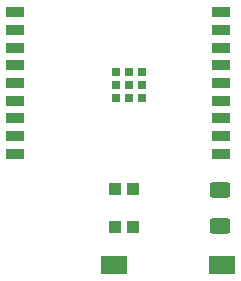
<source format=gbr>
%TF.GenerationSoftware,KiCad,Pcbnew,8.0.4*%
%TF.CreationDate,2024-07-30T10:55:48-04:00*%
%TF.ProjectId,esp32-c3-wroom-socket,65737033-322d-4633-932d-77726f6f6d2d,rev?*%
%TF.SameCoordinates,Original*%
%TF.FileFunction,Paste,Top*%
%TF.FilePolarity,Positive*%
%FSLAX46Y46*%
G04 Gerber Fmt 4.6, Leading zero omitted, Abs format (unit mm)*
G04 Created by KiCad (PCBNEW 8.0.4) date 2024-07-30 10:55:48*
%MOMM*%
%LPD*%
G01*
G04 APERTURE LIST*
G04 Aperture macros list*
%AMRoundRect*
0 Rectangle with rounded corners*
0 $1 Rounding radius*
0 $2 $3 $4 $5 $6 $7 $8 $9 X,Y pos of 4 corners*
0 Add a 4 corners polygon primitive as box body*
4,1,4,$2,$3,$4,$5,$6,$7,$8,$9,$2,$3,0*
0 Add four circle primitives for the rounded corners*
1,1,$1+$1,$2,$3*
1,1,$1+$1,$4,$5*
1,1,$1+$1,$6,$7*
1,1,$1+$1,$8,$9*
0 Add four rect primitives between the rounded corners*
20,1,$1+$1,$2,$3,$4,$5,0*
20,1,$1+$1,$4,$5,$6,$7,0*
20,1,$1+$1,$6,$7,$8,$9,0*
20,1,$1+$1,$8,$9,$2,$3,0*%
G04 Aperture macros list end*
%ADD10R,0.700000X0.700000*%
%ADD11R,1.500000X0.900000*%
%ADD12R,1.041400X1.117600*%
%ADD13R,2.180000X1.600000*%
%ADD14RoundRect,0.250000X0.625000X-0.400000X0.625000X0.400000X-0.625000X0.400000X-0.625000X-0.400000X0*%
G04 APERTURE END LIST*
D10*
%TO.C,U1*%
X159000000Y-65500000D03*
X157900000Y-65500000D03*
X156800000Y-65500000D03*
X159000000Y-64400000D03*
X157900000Y-64400000D03*
X156800000Y-64400000D03*
X159000000Y-63300000D03*
X157900000Y-63300000D03*
X156800000Y-63300000D03*
D11*
X165690000Y-58200000D03*
X165690000Y-59700000D03*
X165690000Y-61200000D03*
X165690000Y-62700000D03*
X165690000Y-64200000D03*
X165690000Y-65700000D03*
X165690000Y-67200000D03*
X165690000Y-68700000D03*
X165690000Y-70200000D03*
X148190000Y-70200000D03*
X148190000Y-68700000D03*
X148190000Y-67200000D03*
X148190000Y-65700000D03*
X148190000Y-64200000D03*
X148190000Y-62700000D03*
X148190000Y-61200000D03*
X148190000Y-59700000D03*
X148190000Y-58200000D03*
%TD*%
D12*
%TO.C,LED1*%
X158200000Y-73200000D03*
X156699998Y-73200000D03*
X156699998Y-76400400D03*
X158200000Y-76400400D03*
%TD*%
D13*
%TO.C,SW1*%
X165790000Y-79600000D03*
X156610000Y-79600000D03*
%TD*%
D14*
%TO.C,R4*%
X165600000Y-76350000D03*
X165600000Y-73250000D03*
%TD*%
M02*

</source>
